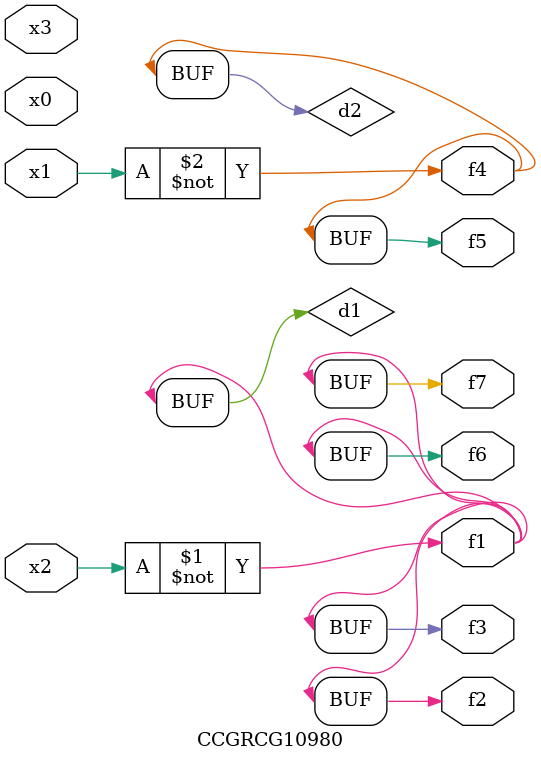
<source format=v>
module CCGRCG10980(
	input x0, x1, x2, x3,
	output f1, f2, f3, f4, f5, f6, f7
);

	wire d1, d2;

	xnor (d1, x2);
	not (d2, x1);
	assign f1 = d1;
	assign f2 = d1;
	assign f3 = d1;
	assign f4 = d2;
	assign f5 = d2;
	assign f6 = d1;
	assign f7 = d1;
endmodule

</source>
